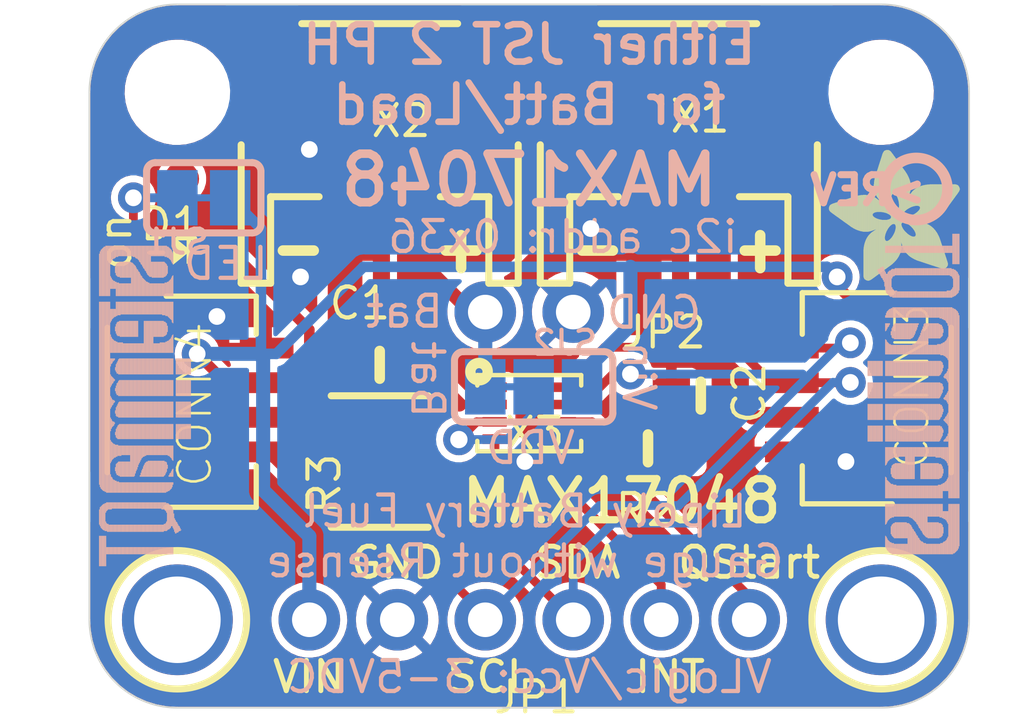
<source format=kicad_pcb>
(kicad_pcb (version 20211014) (generator pcbnew)
  (layers (0 "F.Cu" signal) (31 "B.Cu" signal) (34 "B.Paste" user) (35 "F.Paste" user) (36 "B.SilkS" user "B.Silkscreen") (37 "F.SilkS" user "F.Silkscreen") (38 "B.Mask" user) (39 "F.Mask" user) (44 "Edge.Cuts" user))
  (net 0 "")
  (net 1 "GND")
  (net 2 "SDA")
  (net 3 "SCL")
  (net 4 "INT")
  (net 5 "VCC")
  (net 6 "VBAT")
  (net 7 "N$1")
  (net 8 "N$2")
  (net 9 "QSTART")
  (net 10 "VDD")
  (net 11 "N$4")
  (footprint "eagleBoard:1X02_ROUND" (layer "F.Cu") (at 148.5011 103.7336)
    (fp_text reference "JP2" (at 2.5908 0.5842) (layer "F.SilkS") (effects (font (size 0.896031 0.896031) (thickness 0.119969)) (justify left)))
    (fp_text value "")
    (pad "1" thru_hole circle (at -1.27 0 90) (size 1.778 1.778) (drill 1) (layers *.Cu *.Mask) (net 6 "VBAT"))
    (pad "2" thru_hole circle (at 1.27 0 90) (size 1.778 1.778) (drill 1) (layers *.Cu *.Mask) (net 1 "GND"))
  )
  (footprint "eagleBoard:CHIPLED_0603_NOOUTLINE" (layer "F.Cu") (at 138.4681 101.9556 -90)
    (fp_text reference "D1" (at -0.762 1.27) (layer "F.SilkS") (effects (font (size 0.896031 0.896031) (thickness 0.119969)) (justify left)))
    (fp_text value "GREEN")
    (pad "A" smd rect (at 0 0.75 270) (size 0.8 0.8) (layers "F.Cu" "F.Paste" "F.Mask") (net 8 "N$2"))
    (pad "C" smd rect (at 0 -0.75 270) (size 0.8 0.8) (layers "F.Cu" "F.Paste" "F.Mask") (net 7 "N$1"))
  )
  (footprint "eagleBoard:ADAFRUIT_3.5MM" (layer "F.Cu") (at 160.9471 102.8446 90)
    (fp_text reference "U$22" hide)
    (fp_text value "" hide)
  )
  (footprint "eagleBoard:FIDUCIAL_1MM" (layer "F.Cu") (at 138.4681 99.8855)
    (fp_text reference "FID4" hide)
    (fp_text value "FIDUCIAL_1MM" hide)
    (pad "1" smd roundrect (at 0 0) (size 1 1) (layers "F.Cu" "F.Mask") (roundrect_rratio 0.5))
  )
  (footprint "eagleBoard:JSTPH2_BATT" (layer "F.Cu") (at 144.1831 98.3996)
    (fp_text reference "X2" (at -0.3175 -0.1905) (layer "F.SilkS") (effects (font (size 0.896031 0.896031) (thickness 0.119969)) (justify left)))
    (fp_text value "JST 2 PH")
    (pad "1" smd rect (at -1 3.7) (size 1 4.6) (layers "F.Cu" "F.Paste" "F.Mask") (net 1 "GND"))
    (pad "2" smd rect (at 1 3.7) (size 1 4.6) (layers "F.Cu" "F.Paste" "F.Mask") (net 6 "VBAT"))
    (pad "NC1" smd rect (at -3.4 -1.5 90) (size 3.4 1.6) (layers "F.Cu" "F.Paste" "F.Mask") (net 1 "GND"))
    (pad "NC2" smd rect (at 3.4 -1.5 90) (size 3.4 1.6) (layers "F.Cu" "F.Paste" "F.Mask") (net 1 "GND"))
  )
  (footprint "eagleBoard:JST_SH4" (layer "F.Cu") (at 158.5976 106.2736 90)
    (fp_text reference "CONN3" (at -2.06 0.958 90) (layer "F.SilkS") (effects (font (size 0.941222 0.941222) (thickness 0.074778)) (justify left)))
    (fp_text value "STEMMA_I2C_QT" hide)
    (pad "1" smd rect (at -1.5 -2.514 180) (size 1.55 0.6) (layers "F.Cu" "F.Paste" "F.Mask") (net 1 "GND"))
    (pad "2" smd rect (at -0.5 -2.514 180) (size 1.55 0.6) (layers "F.Cu" "F.Paste" "F.Mask") (net 5 "VCC"))
    (pad "3" smd rect (at 0.5 -2.514 180) (size 1.55 0.6) (layers "F.Cu" "F.Paste" "F.Mask") (net 2 "SDA"))
    (pad "4" smd rect (at 1.5 -2.514 180) (size 1.55 0.6) (layers "F.Cu" "F.Paste" "F.Mask") (net 3 "SCL"))
    (pad "MT1" smd rect (at -2.8 1.386 180) (size 1.8 1.2) (layers "F.Cu" "F.Paste" "F.Mask"))
    (pad "MT2" smd rect (at 2.8 1.386 180) (size 1.8 1.2) (layers "F.Cu" "F.Paste" "F.Mask"))
  )
  (footprint "eagleBoard:JST_SH4" (layer "F.Cu") (at 138.4046 106.2736 -90)
    (fp_text reference "CONN4" (at -2.314 -0.439 90) (layer "F.SilkS") (effects (font (size 0.941222 0.941222) (thickness 0.074778)) (justify right)))
    (fp_text value "STEMMA_I2C_QT" hide)
    (pad "1" smd rect (at -1.5 -2.514) (size 1.55 0.6) (layers "F.Cu" "F.Paste" "F.Mask") (net 1 "GND"))
    (pad "2" smd rect (at -0.5 -2.514) (size 1.55 0.6) (layers "F.Cu" "F.Paste" "F.Mask") (net 5 "VCC"))
    (pad "3" smd rect (at 0.5 -2.514) (size 1.55 0.6) (layers "F.Cu" "F.Paste" "F.Mask") (net 2 "SDA"))
    (pad "4" smd rect (at 1.5 -2.514) (size 1.55 0.6) (layers "F.Cu" "F.Paste" "F.Mask") (net 3 "SCL"))
    (pad "MT1" smd rect (at -2.8 1.386) (size 1.8 1.2) (layers "F.Cu" "F.Paste" "F.Mask"))
    (pad "MT2" smd rect (at 2.8 1.386) (size 1.8 1.2) (layers "F.Cu" "F.Paste" "F.Mask"))
  )
  (footprint "eagleBoard:0603-NO" (layer "F.Cu") (at 144.1831 105.2576 180)
    (fp_text reference "C1" (at -0.381 1.778) (layer "F.SilkS") (effects (font (size 0.896031 0.896031) (thickness 0.119969)) (justify right)))
    (fp_text value "1uF")
    (pad "1" smd rect (at -0.85 0 180) (size 1.075 1) (layers "F.Cu" "F.Paste" "F.Mask") (net 6 "VBAT"))
    (pad "2" smd rect (at 0.85 0 180) (size 1.075 1) (layers "F.Cu" "F.Paste" "F.Mask") (net 1 "GND"))
  )
  (footprint "eagleBoard:MOUNTINGHOLE_2.5_PLATED" (layer "F.Cu") (at 158.6611 112.6236)
    (fp_text reference "U$21" hide)
    (fp_text value "MOUNTINGHOLE2.5" hide)
    (pad "P$1" thru_hole circle (at 0 0) (size 3.2 3.2) (drill 2.5) (layers *.Cu *.Mask))
    (zone (net 0) (net_name "") (layer "F.Cu") (connect_pads (clearance 0)) (min_thickness 0.254)
      (keepout (tracks not_allowed) (vias not_allowed) (pads not_allowed) (copperpour not_allowed) (footprints allowed))
      (fill (thermal_gap 0.508) (thermal_bridge_width 0.508))
      (polygon (pts (xy 160.6771 112.6236) (xy 160.646472 112.273525) (xy 160.55552 111.934087) (xy 160.407007 111.6156) (xy 160.205446 111.32774) (xy 159.95696 111.079254) (xy 159.6691 110.877693) (xy 159.350613 110.72918) (xy 159.011175 110.638228) (xy 158.6611 110.6076) (xy 158.311025 110.638228) (xy 157.971587 110.72918) (xy 157.6531 110.877693) (xy 157.36524 111.079254) (xy 157.116754 111.32774) (xy 156.915193 111.6156) (xy 156.76668 111.934087) (xy 156.675728 112.273525) (xy 156.6451 112.6236) (xy 156.675728 112.973675) (xy 156.76668 113.313113) (xy 156.915193 113.6316) (xy 157.116754 113.91946) (xy 157.36524 114.167946) (xy 157.6531 114.369507) (xy 157.971587 114.51802) (xy 158.311025 114.608972) (xy 158.6611 114.6396) (xy 159.011175 114.608972) (xy 159.350613 114.51802) (xy 159.6691 114.369507) (xy 159.95696 114.167946) (xy 160.205446 113.91946) (xy 160.407007 113.6316) (xy 160.55552 113.313113) (xy 160.646472 112.973675)))
      (polygon (pts (xy 158.6451 112.6236) (xy 158.645343 112.626378) (xy 158.646065 112.629072) (xy 158.647244 112.6316) (xy 158.648843 112.633885) (xy 158.650815 112.635857) (xy 158.6531 112.637456) (xy 158.655628 112.638635) (xy 158.658322 112.639357) (xy 158.6611 112.6396) (xy 158.663878 112.639357) (xy 158.666572 112.638635) (xy 158.6691 112.637456) (xy 158.671385 112.635857) (xy 158.673357 112.633885) (xy 158.674956 112.6316) (xy 158.676135 112.629072) (xy 158.676857 112.626378) (xy 158.6771 112.6236) (xy 158.676857 112.620822) (xy 158.676135 112.618128) (xy 158.674956 112.6156) (xy 158.673357 112.613315) (xy 158.671385 112.611343) (xy 158.6691 112.609744) (xy 158.666572 112.608565) (xy 158.663878 112.607843) (xy 158.6611 112.6076) (xy 158.658322 112.607843) (xy 158.655628 112.608565) (xy 158.6531 112.609744) (xy 158.650815 112.611343) (xy 158.648843 112.613315) (xy 158.647244 112.6156) (xy 158.646065 112.618128) (xy 158.645343 112.620822)))
    )
    (zone (net 0) (net_name "") (layer "B.Cu") (connect_pads (clearance 0)) (min_thickness 0.254)
      (keepout (tracks not_allowed) (vias not_allowed) (pads not_allowed) (copperpour not_allowed) (footprints allowed))
      (fill (thermal_gap 0.508) (thermal_bridge_width 0.508))
      (polygon (pts (xy 160.6771 112.6236) (xy 160.646472 112.273525) (xy 160.55552 111.934087) (xy 160.407007 111.6156) (xy 160.205446 111.32774) (xy 159.95696 111.079254) (xy 159.6691 110.877693) (xy 159.350613 110.72918) (xy 159.011175 110.638228) (xy 158.6611 110.6076) (xy 158.311025 110.638228) (xy 157.971587 110.72918) (xy 157.6531 110.877693) (xy 157.36524 111.079254) (xy 157.116754 111.32774) (xy 156.915193 111.6156) (xy 156.76668 111.934087) (xy 156.675728 112.273525) (xy 156.6451 112.6236) (xy 156.675728 112.973675) (xy 156.76668 113.313113) (xy 156.915193 113.6316) (xy 157.116754 113.91946) (xy 157.36524 114.167946) (xy 157.6531 114.369507) (xy 157.971587 114.51802) (xy 158.311025 114.608972) (xy 158.6611 114.6396) (xy 159.011175 114.608972) (xy 159.350613 114.51802) (xy 159.6691 114.369507) (xy 159.95696 114.167946) (xy 160.205446 113.91946) (xy 160.407007 113.6316) (xy 160.55552 113.313113) (xy 160.646472 112.973675)))
      (polygon (pts (xy 158.6451 112.6236) (xy 158.645343 112.626378) (xy 158.646065 112.629072) (xy 158.647244 112.6316) (xy 158.648843 112.633885) (xy 158.650815 112.635857) (xy 158.6531 112.637456) (xy 158.655628 112.638635) (xy 158.658322 112.639357) (xy 158.6611 112.6396) (xy 158.663878 112.639357) (xy 158.666572 112.638635) (xy 158.6691 112.637456) (xy 158.671385 112.635857) (xy 158.673357 112.633885) (xy 158.674956 112.6316) (xy 158.676135 112.629072) (xy 158.676857 112.626378) (xy 158.6771 112.6236) (xy 158.676857 112.620822) (xy 158.676135 112.618128) (xy 158.674956 112.6156) (xy 158.673357 112.613315) (xy 158.671385 112.611343) (xy 158.6691 112.609744) (xy 158.666572 112.608565) (xy 158.663878 112.607843) (xy 158.6611 112.6076) (xy 158.658322 112.607843) (xy 158.655628 112.608565) (xy 158.6531 112.609744) (xy 158.650815 112.611343) (xy 158.648843 112.613315) (xy 158.647244 112.6156) (xy 158.646065 112.618128) (xy 158.645343 112.620822)))
    )
  )
  (footprint "eagleBoard:JSTPH2_BATT" (layer "F.Cu") (at 152.8191 98.3996)
    (fp_text reference "X1" (at -0.3175 -0.3175) (layer "F.SilkS") (effects (font (size 0.896031 0.896031) (thickness 0.119969)) (justify left)))
    (fp_text value "JST 2 PH")
    (pad "1" smd rect (at -1 3.7) (size 1 4.6) (layers "F.Cu" "F.Paste" "F.Mask") (net 1 "GND"))
    (pad "2" smd rect (at 1 3.7) (size 1 4.6) (layers "F.Cu" "F.Paste" "F.Mask") (net 6 "VBAT"))
    (pad "NC1" smd rect (at -3.4 -1.5 90) (size 3.4 1.6) (layers "F.Cu" "F.Paste" "F.Mask") (net 1 "GND"))
    (pad "NC2" smd rect (at 3.4 -1.5 90) (size 3.4 1.6) (layers "F.Cu" "F.Paste" "F.Mask") (net 1 "GND"))
  )
  (footprint "eagleBoard:FIDUCIAL_1MM" (layer "F.Cu") (at 160.1851 106.9086)
    (fp_text reference "FID3" hide)
    (fp_text value "FIDUCIAL_1MM" hide)
    (pad "1" smd roundrect (at 0 0) (size 1 1) (layers "F.Cu" "F.Mask") (roundrect_rratio 0.5))
  )
  (footprint "" (layer "F.Cu") (at 158.6611 97.3836)
    (fp_text reference "@HOLE1" hide)
    (fp_text value "" (at 0 0) (layer "F.SilkS") (effects (font (size 1.27 1.27))))
    (pad "" np_thru_hole circle (at 0 0) (size 2.54 2.54) (drill 2.54) (layers *.Cu *.Mask))
  )
  (footprint "eagleBoard:RESPACK_4X0603" (layer "F.Cu") (at 144.1831 108.0516 90)
    (fp_text reference "R3" (at -1.6 -1.6 90) (layer "F.SilkS") (effects (font (size 0.896031 0.896031) (thickness 0.119969)) (justify left)))
    (fp_text value "10K")
    (pad "1" smd rect (at -1.3 0.85 90) (size 0.45 0.9) (layers "F.Cu" "F.Paste" "F.Mask") (net 5 "VCC"))
    (pad "2" smd rect (at -0.4 0.85 90) (size 0.45 0.9) (layers "F.Cu" "F.Paste" "F.Mask") (net 5 "VCC"))
    (pad "3" smd rect (at 0.4 0.85 90) (size 0.45 0.9) (layers "F.Cu" "F.Paste" "F.Mask") (net 4 "INT"))
    (pad "4" smd rect (at 1.3 0.85 90) (size 0.45 0.9) (layers "F.Cu" "F.Paste" "F.Mask") (net 1 "GND"))
    (pad "5" smd rect (at 1.3 -0.85 90) (size 0.45 0.9) (layers "F.Cu" "F.Paste" "F.Mask") (net 7 "N$1"))
    (pad "6" smd rect (at 0.4 -0.85 90) (size 0.45 0.9) (layers "F.Cu" "F.Paste" "F.Mask") (net 5 "VCC"))
    (pad "7" smd rect (at -0.4 -0.85 90) (size 0.45 0.9) (layers "F.Cu" "F.Paste" "F.Mask") (net 2 "SDA"))
    (pad "8" smd rect (at -1.3 -0.85 90) (size 0.45 0.9) (layers "F.Cu" "F.Paste" "F.Mask") (net 3 "SCL"))
  )
  (footprint "eagleBoard:MOUNTINGHOLE_2.5_PLATED" (layer "F.Cu") (at 138.3411 112.6236)
    (fp_text reference "U$19" hide)
    (fp_text value "MOUNTINGHOLE2.5" hide)
    (pad "P$1" thru_hole circle (at 0 0) (size 3.2 3.2) (drill 2.5) (layers *.Cu *.Mask))
    (zone (net 0) (net_name "") (layer "F.Cu") (connect_pads (clearance 0)) (min_thickness 0.254)
      (keepout (tracks not_allowed) (vias not_allowed) (pads not_allowed) (copperpour not_allowed) (footprints allowed))
      (fill (thermal_gap 0.508) (thermal_bridge_width 0.508))
      (polygon (pts (xy 140.3571 112.6236) (xy 140.326472 112.273525) (xy 140.23552 111.934087) (xy 140.087007 111.6156) (xy 139.885446 111.32774) (xy 139.63696 111.079254) (xy 139.3491 110.877693) (xy 139.030613 110.72918) (xy 138.691175 110.638228) (xy 138.3411 110.6076) (xy 137.991025 110.638228) (xy 137.651587 110.72918) (xy 137.3331 110.877693) (xy 137.04524 111.079254) (xy 136.796754 111.32774) (xy 136.595193 111.6156) (xy 136.44668 111.934087) (xy 136.355728 112.273525) (xy 136.3251 112.6236) (xy 136.355728 112.973675) (xy 136.44668 113.313113) (xy 136.595193 113.6316) (xy 136.796754 113.91946) (xy 137.04524 114.167946) (xy 137.3331 114.369507) (xy 137.651587 114.51802) (xy 137.991025 114.608972) (xy 138.3411 114.6396) (xy 138.691175 114.608972) (xy 139.030613 114.51802) (xy 139.3491 114.369507) (xy 139.63696 114.167946) (xy 139.885446 113.91946) (xy 140.087007 113.6316) (xy 140.23552 113.313113) (xy 140.326472 112.973675)))
      (polygon (pts (xy 138.3251 112.6236) (xy 138.325343 112.626378) (xy 138.326065 112.629072) (xy 138.327244 112.6316) (xy 138.328843 112.633885) (xy 138.330815 112.635857) (xy 138.3331 112.637456) (xy 138.335628 112.638635) (xy 138.338322 112.639357) (xy 138.3411 112.6396) (xy 138.343878 112.639357) (xy 138.346572 112.638635) (xy 138.3491 112.637456) (xy 138.351385 112.635857) (xy 138.353357 112.633885) (xy 138.354956 112.6316) (xy 138.356135 112.629072) (xy 138.356857 112.626378) (xy 138.3571 112.6236) (xy 138.356857 112.620822) (xy 138.356135 112.618128) (xy 138.354956 112.6156) (xy 138.353357 112.613315) (xy 138.351385 112.611343) (xy 138.3491 112.609744) (xy 138.346572 112.608565) (xy 138.343878 112.607843) (xy 138.3411 112.6076) (xy 138.338322 112.607843) (xy 138.335628 112.608565) (xy 138.3331 112.609744) (xy 138.330815 112.611343) (xy 138.328843 112.613315) (xy 138.327244 112.6156) (xy 138.326065 112.618128) (xy 138.325343 112.620822)))
    )
    (zone (net 0) (net_name "") (layer "B.Cu") (connect_pads (clearance 0)) (min_thickness 0.254)
      (keepout (tracks not_allowed) (vias not_allowed) (pads not_allowed) (copperpour not_allowed) (footprints allowed))
      (fill (thermal_gap 0.508) (thermal_bridge_width 0.508))
      (polygon (pts (xy 140.3571 112.6236) (xy 140.326472 112.273525) (xy 140.23552 111.934087) (xy 140.087007 111.6156) (xy 139.885446 111.32774) (xy 139.63696 111.079254) (xy 139.3491 110.877693) (xy 139.030613 110.72918) (xy 138.691175 110.638228) (xy 138.3411 110.6076) (xy 137.991025 110.638228) (xy 137.651587 110.72918) (xy 137.3331 110.877693) (xy 137.04524 111.079254) (xy 136.796754 111.32774) (xy 136.595193 111.6156) (xy 136.44668 111.934087) (xy 136.355728 112.273525) (xy 136.3251 112.6236) (xy 136.355728 112.973675) (xy 136.44668 113.313113) (xy 136.595193 113.6316) (xy 136.796754 113.91946) (xy 137.04524 114.167946) (xy 137.3331 114.369507) (xy 137.651587 114.51802) (xy 137.991025 114.608972) (xy 138.3411 114.6396) (xy 138.691175 114.608972) (xy 139.030613 114.51802) (xy 139.3491 114.369507) (xy 139.63696 114.167946) (xy 139.885446 113.91946) (xy 140.087007 113.6316) (xy 140.23552 113.313113) (xy 140.326472 112.973675)))
      (polygon (pts (xy 138.3251 112.6236) (xy 138.325343 112.626378) (xy 138.326065 112.629072) (xy 138.327244 112.6316) (xy 138.328843 112.633885) (xy 138.330815 112.635857) (xy 138.3331 112.637456) (xy 138.335628 112.638635) (xy 138.338322 112.639357) (xy 138.3411 112.6396) (xy 138.343878 112.639357) (xy 138.346572 112.638635) (xy 138.3491 112.637456) (xy 138.351385 112.635857) (xy 138.353357 112.633885) (xy 138.354956 112.6316) (xy 138.356135 112.629072) (xy 138.356857 112.626378) (xy 138.3571 112.6236) (xy 138.356857 112.620822) (xy 138.356135 112.618128) (xy 138.354956 112.6156) (xy 138.353357 112.613315) (xy 138.351385 112.611343) (xy 138.3491 112.609744) (xy 138.346572 112.608565) (xy 138.343878 112.607843) (xy 138.3411 112.6076) (xy 138.338322 112.607843) (xy 138.335628 112.608565) (xy 138.3331 112.609744) (xy 138.330815 112.611343) (xy 138.328843 112.613315) (xy 138.327244 112.6156) (xy 138.326065 112.618128) (xy 138.325343 112.620822)))
    )
  )
  (footprint "eagleBoard:1X06_ROUND_70" (layer "F.Cu") (at 148.5011 112.6236)
    (fp_text reference "JP1" (at -1.0922 2.2352) (layer "F.SilkS") (effects (font (size 0.896031 0.896031) (thickness 0.119969)) (justify left)))
    (fp_text value "")
    (pad "1" thru_hole circle (at -6.35 0 90) (size 1.778 1.778) (drill 1) (layers *.Cu *.Mask) (net 5 "VCC"))
    (pad "2" thru_hole circle (at -3.81 0 90) (size 1.778 1.778) (drill 1) (layers *.Cu *.Mask) (net 1 "GND"))
    (pad "3" thru_hole circle (at -1.27 0 90) (size 1.778 1.778) (drill 1) (layers *.Cu *.Mask) (net 3 "SCL"))
    (pad "4" thru_hole circle (at 1.27 0 90) (size 1.778 1.778) (drill 1) (layers *.Cu *.Mask) (net 2 "SDA"))
    (pad "5" thru_hole circle (at 3.81 0 90) (size 1.778 1.778) (drill 1) (layers *.Cu *.Mask) (net 4 "INT"))
    (pad "6" thru_hole circle (at 6.35 0 90) (size 1.778 1.778) (drill 1) (layers *.Cu *.Mask) (net 9 "QSTART"))
  )
  (footprint "eagleBoard:TDFN8_2X2MM" (layer "F.Cu") (at 148.5011 106.6546)
    (fp_text reference "X3" (at -0.773 0.589) (layer "F.SilkS") (effects (font (size 0.896031 0.896031) (thickness 0.119969)) (justify left)))
    (fp_text value "MAX17048/T")
    (pad "1" smd rect (at -1 -0.75) (size 0.7 0.275) (layers "F.Cu" "F.Paste" "F.Mask") (net 1 "GND"))
    (pad "2" smd rect (at -1 -0.25) (size 0.7 0.275) (layers "F.Cu" "F.Paste" "F.Mask") (net 6 "VBAT"))
    (pad "3" smd rect (at -1 0.25) (size 0.7 0.275) (layers "F.Cu" "F.Paste" "F.Mask") (net 10 "VDD"))
    (pad "4" smd rect (at -1 0.75) (size 0.7 0.275) (layers "F.Cu" "F.Paste" "F.Mask") (net 1 "GND"))
    (pad "5" smd rect (at 1 0.75 180) (size 0.7 0.275) (layers "F.Cu" "F.Paste" "F.Mask") (net 4 "INT"))
    (pad "6" smd rect (at 1 0.25 180) (size 0.7 0.275) (layers "F.Cu" "F.Paste" "F.Mask") (net 9 "QSTART"))
    (pad "7" smd rect (at 1 -0.25 180) (size 0.7 0.275) (layers "F.Cu" "F.Paste" "F.Mask") (net 3 "SCL"))
    (pad "8" smd rect (at 1 -0.75 180) (size 0.7 0.275) (layers "F.Cu" "F.Paste" "F.Mask") (net 2 "SDA"))
    (pad "THERMAL" smd rect (at 0 0) (size 0.8 1.38) (layers "F.Cu" "F.Mask") (net 1 "GND"))
  )
  (footprint "eagleBoard:0603-NO" (layer "F.Cu") (at 153.4541 106.1466 180)
    (fp_text reference "C2" (at -1.397 1.016 90) (layer "F.SilkS") (effects (font (size 0.896031 0.896031) (thickness 0.119969)) (justify right)))
    (fp_text value "1uF")
    (pad "1" smd rect (at -0.85 0 180) (size 1.075 1) (layers "F.Cu" "F.Paste" "F.Mask") (net 5 "VCC"))
    (pad "2" smd rect (at 0.85 0 180) (size 1.075 1) (layers "F.Cu" "F.Paste" "F.Mask") (net 1 "GND"))
  )
  (footprint "" (layer "F.Cu") (at 138.3411 97.3836)
    (fp_text reference "@HOLE0" hide)
    (fp_text value "" (at 0 0) (layer "F.SilkS") (effects (font (size 1.27 1.27))))
    (pad "" np_thru_hole circle (at 0 0) (size 2.54 2.54) (drill 2.54) (layers *.Cu *.Mask))
  )
  (footprint "eagleBoard:0603-NO" (layer "F.Cu") (at 151.9301 107.6706)
    (fp_text reference "R2" (at -1.016 1.778) (layer "F.SilkS") (effects (font (size 0.896031 0.896031) (thickness 0.119969)) (justify left)))
    (fp_text value "10K")
    (pad "1" smd rect (at -0.85 0) (size 1.075 1) (layers "F.Cu" "F.Paste" "F.Mask") (net 9 "QSTART"))
    (pad "2" smd rect (at 0.85 0) (size 1.075 1) (layers "F.Cu" "F.Paste" "F.Mask") (net 1 "GND"))
  )
  (footprint "eagleBoard:STEMMAQT" (layer "B.Cu") (at 158.2801 110.7186 90)
    (fp_text reference "U$30" hide)
    (fp_text value "" hide)
  )
  (footprint "eagleBoard:STEMMAQT" (layer "B.Cu") (at 138.7221 101.8286 -90)
    (fp_text reference "U$31" hide)
    (fp_text value "" hide)
  )
  (footprint "eagleBoard:SOLDERJUMPER_2WAY_OPEN_NOPASTE" (layer "B.Cu") (at 148.6281 105.8926 180)
    (fp_text reference "SJ2" (at -1.905 1.27) (layer "B.SilkS") (effects (font (size 0.692831 0.692831) (thickness 0.119969)) (justify left mirror)))
    (fp_text value "")
    (pad "1" smd rect (at -1.397 0 180) (size 1.1684 1.6002) (layers "B.Cu") (net 5 "VCC"))
    (pad "2" smd rect (at 0 0 180) (size 1.1684 1.6002) (layers "B.Cu") (net 10 "VDD"))
    (pad "3" smd rect (at 1.397 0 180) (size 1.1684 1.6002) (layers "B.Cu") (net 6 "VBAT"))
  )
  (footprint "eagleBoard:SOLDERJUMPER_CLOSEDWIRE" (layer "B.Cu") (at 139.1031 100.4316)
    (fp_text reference "SJ1" (at -1.778 1.27) (layer "B.SilkS") (effects (font (size 0.692831 0.692831) (thickness 0.119969)) (justify right mirror)))
    (fp_text value "")
    (pad "1" smd rect (at -0.762 0) (size 1.1684 1.6002) (layers "B.Cu") (net 8 "N$2"))
    (pad "2" smd rect (at 0.762 0) (size 1.1684 1.6002) (layers "B.Cu") (net 5 "VCC"))
    (pad "WIRE" smd rect (at 0 0 180) (size 0.635 0.2032) (layers "B.Cu"))
  )
  (footprint "eagleBoard:PCBFEAT-REV-040" (layer "B.Cu") (at 159.6771 100.1776 180)
    (fp_text reference "U$25" hide)
    (fp_text value "" hide)
    (fp_text user ">REV" (at -0.3556 -0.508) (layer "B.SilkS") (effects (font (size 0.8128 0.8128) (thickness 0.2032)) (justify left bottom mirror)))
  )
  (gr_line (start 158.6611 94.8436) (end 138.3411 94.8436) (layer "Edge.Cuts") (width 0.05))
  (gr_line (start 161.2011 112.6236) (end 161.2011 97.3836) (layer "Edge.Cuts") (width 0.05))
  (gr_line (start 135.8011 97.3836) (end 135.8011 112.6236) (layer "Edge.Cuts") (width 0.05))
  (gr_arc (start 158.6611 94.8436) (mid 160.457151 95.587549) (end 161.2011 97.3836) (layer "Edge.Cuts") (width 0.05))
  (gr_line (start 138.3411 115.1636) (end 158.6611 115.1636) (layer "Edge.Cuts") (width 0.05))
  (gr_arc (start 161.2011 112.6236) (mid 160.457151 114.419651) (end 158.6611 115.1636) (layer "Edge.Cuts") (width 0.05))
  (gr_arc (start 138.3411 115.1636) (mid 136.545049 114.419651) (end 135.8011 112.6236) (layer "Edge.Cuts") (width 0.05))
  (gr_arc (start 135.8011 97.3836) (mid 136.545049 95.587549) (end 138.3411 94.8436) (layer "Edge.Cuts") (width 0.05))
  (gr_text "LED" (at 139.7381 102.3366) (layer "B.SilkS") (effects (font (size 0.89408 0.89408) (thickness 0.12192)) (justify mirror)))
  (gr_text "Bat" (at 146.0881 104.2416) (layer "B.SilkS") (effects (font (size 0.89408 0.89408) (thickness 0.12192)) (justify left bottom mirror)))
  (gr_text "VDD" (at 149.8981 108.1786) (layer "B.SilkS") (effects (font (size 0.89408 0.89408) (thickness 0.12192)) (justify left bottom mirror)))
  (gr_text "Either JST 2 PH\nfor Batt/Load" (at 148.5011 96.8756) (layer "B.SilkS") (effects (font (size 1.0795 1.0795) (thickness 0.1905)) (justify mirror)))
  (gr_text "Lipoly Battery Fuel\nGauge without Rsense" (at 148.3741 110.2106) (layer "B.SilkS") (effects (font (size 0.89408 0.89408) (thickness 0.12192)) (justify mirror)))
  (gr_text "Vin" (at 152.1841 104.4956 -90) (layer "B.SilkS") (effects (font (size 0.89408 0.89408) (thickness 0.12192)) (justify right top mirror)))
  (gr_text "VLogic/Vcc: 3-5VDC" (at 148.5011 114.2746) (layer "B.SilkS") (effects (font (size 0.89408 0.89408) (thickness 0.12192)) (justify mirror)))
  (gr_text "Bat" (at 146.0881 104.4956 -90) (layer "B.SilkS") (effects (font (size 0.89408 0.89408) (thickness 0.12192)) (justify right top mirror)))
  (gr_text "i2c addr: 0x36" (at 154.5971 102.0826) (layer "B.SilkS") (effects (font (size 0.89408 0.89408) (thickness 0.12192)) (justify left bottom mirror)))
  (gr_text "MAX17048" (at 148.5011 99.9236) (layer "B.SilkS") (effects (font (size 1.40335 1.40335) (thickness 0.24765)) (justify mirror)))
  (gr_text "GND" (at 150.6601 103.2256) (layer "B.SilkS") (effects (font (size 0.89408 0.89408) (thickness 0.12192)) (justify right top mirror)))
  (gr_text "INT" (at 152.5651 114.2746) (layer "F.SilkS") (effects (font (size 0.87376 0.87376) (thickness 0.14224))))
  (gr_text "QStart" (at 154.8511 110.9726) (layer "F.SilkS") (effects (font (size 0.87376 0.87376) (thickness 0.14224))))
  (gr_text "SCL" (at 147.3581 114.2746) (layer "F.SilkS") (effects (font (size 0.87376 0.87376) (thickness 0.14224))))
  (gr_text "GND" (at 144.6911 110.9726) (layer "F.SilkS") (effects (font (size 0.87376 0.87376) (thickness 0.14224))))
  (gr_text "MAX17048" (at 151.1681 109.1946) (layer "F.SilkS") (effects (font (size 1.18745 1.18745) (thickness 0.20955))))
  (gr_text "on" (at 137.0711 102.5906 90) (layer "F.SilkS") (effects (font (size 0.89408 0.89408) (thickness 0.12192)) (justify left bottom)))
  (gr_text "VIN" (at 142.1511 114.2746) (layer "F.SilkS") (effects (font (size 0.87376 0.87376) (thickness 0.14224))))
  (gr_text "SDA" (at 149.8981 110.9726) (layer "F.SilkS") (effects (font (size 0.87376 0.87376) (thickness 0.14224))))
  (segment (start 143.3331 105.501863) (end 143.3331 105.2576) (width 0.4064) (layer "F.Cu") (net 1))
  (segment (start 144.582837 106.7516) (end 143.3331 105.501863) (width 0.4064) (layer "F.Cu") (net 1))
  (segment (start 143.3331 105.2576) (end 143.3331 102.2496) (width 0.4064) (layer "F.Cu") (net 1))
  (segment (start 145.0331 106.7516) (end 144.582837 106.7516) (width 0.4064) (layer "F.Cu") (net 1))
  (segment (start 143.3331 102.2496) (end 143.1831 102.0996) (width 0.4064) (layer "F.Cu") (net 1))
  (via (at 141.8971 102.7176) (size 0.889) (drill 0.4826) (layers "F.Cu" "B.Cu") (net 1))
  (via (at 150.2791 101.3206) (size 0.889) (drill 0.4826) (layers "F.Cu" "B.Cu") (net 1))
  (via (at 148.3741 108.0516) (size 0.889) (drill 0.4826) (layers "F.Cu" "B.Cu") (net 1))
  (via (at 142.1511 99.0346) (size 0.889) (drill 0.4826) (layers "F.Cu" "B.Cu") (net 1))
  (via (at 157.6451 108.0516) (size 0.889) (drill 0.4826) (layers "F.Cu" "B.Cu") (net 1))
  (via (at 139.4841 103.8606) (size 0.889) (drill 0.4826) (layers "F.Cu" "B.Cu") (net 1))
  (segment (start 144.1831 108.9406) (end 144.1831 110.2106) (width 0.254) (layer "F.Cu") (net 2))
  (segment (start 143.3331 108.4516) (end 143.6941 108.4516) (width 0.254) (layer "F.Cu") (net 2))
  (segment (start 144.6911 110.7186) (end 147.8661 110.7186) (width 0.254) (layer "F.Cu") (net 2))
  (segment (start 149.5201 105.9046) (end 149.5011 105.9046) (width 0.254) (layer "F.Cu") (net 2))
  (segment (start 154.4701 104.7496) (end 155.4941 105.7736) (width 0.254) (layer "F.Cu") (net 2))
  (segment (start 156.0836 105.7736) (end 155.4941 105.7736) (width 0.254) (layer "F.Cu") (net 2))
  (segment (start 147.8661 110.7186) (end 149.7711 112.6236) (width 0.254) (layer "F.Cu") (net 2))
  (segment (start 150.6751 104.7496) (end 149.5201 105.9046) (width 0.254) (layer "F.Cu") (net 2))
  (segment (start 142.1511 108.0516) (end 142.5511 108.4516) (width 0.254) (layer "F.Cu") (net 2))
  (segment (start 144.1831 110.2106) (end 144.6911 110.7186) (width 0.254) (layer "F.Cu") (net 2))
  (segment (start 142.5511 108.4516) (end 143.3331 108.4516) (width 0.254) (layer "F.Cu") (net 2))
  (segment (start 154.4701 104.7496) (end 150.6751 104.7496) (width 0.254) (layer "F.Cu") (net 2))
  (segment (start 157.7641 105.7736) (end 157.7721 105.7656) (width 0.254) (layer "F.Cu") (net 2))
  (segment (start 156.0836 105.7736) (end 157.7641 105.7736) (width 0.254) (layer "F.Cu") (net 2))
  (segment (start 141.460575 106.7736) (end 142.1511 107.464125) (width 0.254) (layer "F.Cu") (net 2))
  (segment (start 143.6941 108.4516) (end 144.1831 108.9406) (width 0.254) (layer "F.Cu") (net 2))
  (segment (start 142.1511 107.464125) (end 142.1511 108.0516) (width 0.254) (layer "F.Cu") (net 2))
  (segment (start 140.9186 106.7736) (end 141.460575 106.7736) (width 0.254) (layer "F.Cu") (net 2))
  (via (at 157.7721 105.7656) (size 0.889) (drill 0.4826) (layers "F.Cu" "B.Cu") (net 2))
  (segment (start 157.7721 105.7656) (end 157.2641 105.7656) (width 0.254) (layer "B.Cu") (net 2))
  (segment (start 150.9141 109.8296) (end 149.7711 110.9726) (width 0.254) (layer "B.Cu") (net 2))
  (segment (start 153.2001 109.8296) (end 150.9141 109.8296) (width 0.254) (layer "B.Cu") (net 2))
  (segment (start 157.2641 105.7656) (end 153.2001 109.8296) (width 0.254) (layer "B.Cu") (net 2))
  (segment (start 149.7711 112.6236) (end 149.7711 110.9726) (width 0.254) (layer "B.Cu") (net 2))
  (segment (start 144.3101 111.2266) (end 145.9611 111.2266) (width 0.254) (layer "F.Cu") (net 3))
  (segment (start 143.3331 110.2496) (end 144.3101 111.2266) (width 0.254) (layer "F.Cu") (net 3))
  (segment (start 150.037075 106.4046) (end 149.5011 106.4046) (width 0.254) (layer "F.Cu") (net 3))
  (segment (start 145.9611 111.2266) (end 147.2311 112.4966) (width 0.254) (layer "F.Cu") (net 3))
  (segment (start 143.3331 109.3516) (end 143.3331 110.2496) (width 0.254) (layer "F.Cu") (net 3))
  (segment (start 157.7721 104.6226) (end 157.6211 104.7736) (width 0.254) (layer "F.Cu") (net 3))
  (segment (start 150.917375 105.5243) (end 150.037075 106.4046) (width 0.254) (layer "F.Cu") (net 3))
  (segment (start 156.0836 104.7736) (end 157.6211 104.7736) (width 0.254) (layer "F.Cu") (net 3))
  (segment (start 140.9186 107.7736) (end 142.4966 109.3516) (width 0.254) (layer "F.Cu") (net 3))
  (segment (start 142.4966 109.3516) (end 143.3331 109.3516) (width 0.254) (layer "F.Cu") (net 3))
  (segment (start 150.917375 105.5243) (end 151.4221 105.5243) (width 0.254) (layer "F.Cu") (net 3))
  (segment (start 147.2311 112.4966) (end 147.2311 112.6236) (width 0.254) (layer "F.Cu") (net 3))
  (via (at 151.4221 105.5243) (size 0.889) (drill 0.4826) (layers "F.Cu" "B.Cu") (net 3))
  (via (at 157.7721 104.6226) (size 0.889) (drill 0.4826) (layers "F.Cu" "B.Cu") (net 3))
  (segment (start 156.5021 105.6386) (end 152.8191 109.3216) (width 0.254) (layer "B.Cu") (net 3))
  (segment (start 157.5181 104.6226) (end 156.5021 105.6386) (width 0.254) (layer "B.Cu") (net 3))
  (segment (start 147.2311 112.6236) (end 150.5331 109.3216) (width 0.254) (layer "B.Cu") (net 3))
  (segment (start 157.7721 104.6226) (end 157.5181 104.6226) (width 0.254) (layer "B.Cu") (net 3))
  (segment (start 156.3878 105.5243) (end 156.5021 105.6386) (width 0.254) (layer "B.Cu") (net 3))
  (segment (start 151.4221 105.5243) (end 156.3878 105.5243) (width 0.254) (layer "B.Cu") (net 3))
  (segment (start 152.8191 109.3216) (end 150.5331 109.3216) (width 0.254) (layer "B.Cu") (net 3))
  (segment (start 149.5171 108.9406) (end 146.8251 108.9406) (width 0.254) (layer "F.Cu") (net 4))
  (segment (start 149.5011 107.4046) (end 149.5171 107.4206) (width 0.254) (layer "F.Cu") (net 4))
  (segment (start 146.8251 108.9406) (end 145.5361 107.6516) (width 0.254) (layer "F.Cu") (net 4))
  (segment (start 149.5171 107.4206) (end 149.5171 108.8136) (width 0.254) (layer "F.Cu") (net 4))
  (segment (start 152.3111 111.6076) (end 149.5171 108.8136) (width 0.254) (layer "F.Cu") (net 4))
  (segment (start 149.5171 108.8136) (end 149.5171 108.9406) (width 0.254) (layer "F.Cu") (net 4))
  (segment (start 145.5361 107.6516) (end 145.0331 107.6516) (width 0.254) (layer "F.Cu") (net 4))
  (segment (start 152.3111 111.6076) (end 152.3111 112.6236) (width 0.254) (layer "F.Cu") (net 4))
  (segment (start 140.9186 105.7736) (end 141.496493 105.7736) (width 0.3048) (layer "F.Cu") (net 5))
  (segment (start 141.496493 105.7736) (end 142.3667 106.643807) (width 0.3048) (layer "F.Cu") (net 5))
  (segment (start 154.9311 106.7736) (end 154.3041 106.1466) (width 0.4064) (layer "F.Cu") (net 5))
  (segment (start 145.0331 108.4516) (end 145.0331 109.3516) (width 0.4064) (layer "F.Cu") (net 5))
  (segment (start 139.7461 105.7736) (end 140.9186 105.7736) (width 0.3048) (layer "F.Cu") (net 5))
  (segment (start 143.7831 107.6516) (end 144.5831 108.4516) (width 0.3048) (layer "F.Cu") (net 5))
  (segment (start 156.0836 106.7736) (end 154.9311 106.7736) (width 0.4064) (layer "F.Cu") (net 5))
  (segment (start 142.3667 106.643807) (end 142.3667 106.997225) (width 0.3048) (layer "F.Cu") (net 5))
  (segment (start 144.5831 108.4516) (end 145.0331 108.4516) (width 0.3048) (layer "F.Cu") (net 5))
  (segment (start 142.3667 106.997225) (end 143.021075 107.6516) (width 0.3048) (layer "F.Cu") (net 5))
  (segment (start 157.3911 102.9716) (end 157.3911 102.7176) (width 0.3048) (layer "F.Cu") (net 5))
  (segment (start 158.9151 106.2736) (end 158.9151 104.4956) (width 0.3048) (layer "F.Cu") (net 5))
  (segment (start 158.9151 104.4956) (end 157.3911 102.9716) (width 0.3048) (layer "F.Cu") (net 5))
  (segment (start 158.4151 106.7736) (end 158.9151 106.2736) (width 0.3048) (layer "F.Cu") (net 5))
  (segment (start 143.3331 107.6516) (end 143.7831 107.6516) (width 0.3048) (layer "F.Cu") (net 5))
  (segment (start 138.9126 104.9401) (end 139.7461 105.7736) (width 0.3048) (layer "F.Cu") (net 5))
  (segment (start 156.0836 106.7736) (end 158.4151 106.7736) (width 0.3048) (layer "F.Cu") (net 5))
  (segment (start 143.021075 107.6516) (end 143.3331 107.6516) (width 0.3048) (layer "F.Cu") (net 5))
  (via (at 157.3911 102.7176) (size 0.889) (drill 0.4826) (layers "F.Cu" "B.Cu") (net 5))
  (via (at 138.9126 104.9401) (size 0.889) (drill 0.4826) (layers "F.Cu" "B.Cu") (net 5))
  (segment (start 150.0251 105.8926) (end 150.0251 105.5116) (width 0.4064) (layer "B.Cu") (net 5))
  (segment (start 141.1986 104.9401) (end 140.6271 104.9401) (width 0.3048) (layer "B.Cu") (net 5))
  (segment (start 140.7541 104.8131) (end 140.6271 104.9401) (width 0.3048) (layer "B.Cu") (net 5))
  (segment (start 140.8176 105.0671) (end 140.6906 104.9401) (width 0.4064) (layer "B.Cu") (net 5))
  (segment (start 157.3911 102.7176) (end 157.099 102.4255) (width 0.3048) (layer "B.Cu") (net 5))
  (segment (start 138.9126 104.9401) (end 140.6906 104.9401) (width 0.4064) (layer "B.Cu") (net 5))
  (segment (start 142.1511 110.2106) (end 140.8176 108.8771) (width 0.4064) (layer "B.Cu") (net 5))
  (segment (start 151.4221 102.4255) (end 143.7132 102.4255) (width 0.3048) (layer "B.Cu") (net 5))
  (segment (start 151.4221 104.1146) (end 151.4221 102.4255) (width 0.4064) (layer "B.Cu") (net 5))
  (segment (start 140.7541 101.3206) (end 140.7541 104.8131) (width 0.3048) (layer "B.Cu") (net 5))
  (segment (start 139.8651 100.4316) (end 140.7541 101.3206) (width 0.3048) (layer "B.Cu") (net 5))
  (segment (start 140.8176 105.0671) (end 140.8176 108.8771) (width 0.4064) (layer "B.Cu") (net 5))
  (segment (start 140.6271 104.9401) (end 138.9126 104.9401) (width 0.3048) (layer "B.Cu") (net 5))
  (segment (start 143.7132 102.4255) (end 141.1986 104.9401) (width 0.3048) (layer "B.Cu") (net 5))
  (segment (start 142.1511 112.6236) (end 142.1511 110.2106) (width 0.4064) (layer "B.Cu") (net 5))
  (segment (start 151.4221 104.1146) (end 150.0251 105.5116) (width 0.4064) (layer "B.Cu") (net 5))
  (segment (start 157.099 102.4255) (end 151.4221 102.4255) (width 0.3048) (layer "B.Cu") (net 5))
  (segment (start 153.8351 99.5426) (end 153.8351 102.0836) (width 0.8128) (layer "F.Cu") (net 6))
  (segment (start 147.550606 102.1302) (end 150.773206 98.9076) (width 0.8128) (layer "F.Cu") (net 6))
  (segment (start 147.5011 106.4046) (end 146.4851 106.4046) (width 0.254) (layer "F.Cu") (net 6))
  (segment (start 145.0331 105.2576) (end 145.1831 105.1076) (width 0.4064) (layer "F.Cu") (net 6))
  (segment (start 146.8171 103.7336) (end 147.2311 103.7336) (width 0.4064) (layer "F.Cu") (net 6))
  (segment (start 145.1831 102.0996) (end 145.1831 105.1076) (width 0.4064) (layer "F.Cu") (net 6))
  (segment (start 153.2001 98.9076) (end 153.8351 99.5426) (width 0.8128) (layer "F.Cu") (net 6))
  (segment (start 145.8501 105.7696) (end 145.4571 105.7696) (width 0.4064) (layer "F.Cu") (net 6))
  (segment (start 145.1831 105.1076) (end 145.1831 105.4956) (width 0.4064) (layer "F.Cu") (net 6))
  (segment (start 145.1831 102.0996) (end 146.8171 103.7336) (width 0.4064) (layer "F.Cu") (net 6))
  (segment (start 145.1831 102.0996) (end 145.2137 102.1302) (width 0.8128) (layer "F.Cu") (net 6))
  (segment (start 145.4571 105.7696) (end 145.1831 105.4956) (width 0.4064) (layer "F.Cu") (net 6))
  (segment (start 150.773206 98.9076) (end 153.2001 98.9076) (width 0.8128) (layer "F.Cu") (net 6))
  (segment (start 153.8351 102.0836) (end 153.8191 102.0996) (width 0.8128) (layer "F.Cu") (net 6))
  (segment (start 146.4851 106.4046) (end 145.8501 105.7696) (width 0.4064) (layer "F.Cu") (net 6))
  (segment (start 147.550606 102.1302) (end 145.2137 102.1302) (width 0.8128) (layer "F.Cu") (net 6))
  (segment (start 147.2311 105.8926) (end 147.2311 103.7336) (width 0.4064) (layer "B.Cu") (net 6))
  (segment (start 142.1511 104.2416) (end 142.1511 105.6386) (width 0.3048) (layer "F.Cu") (net 7))
  (segment (start 143.2641 106.7516) (end 143.3331 106.7516) (width 0.3048) (layer "F.Cu") (net 7))
  (segment (start 142.1511 104.2416) (end 139.8651 101.9556) (width 0.3048) (layer "F.Cu") (net 7))
  (segment (start 139.2181 101.9556) (end 139.8651 101.9556) (width 0.3048) (layer "F.Cu") (net 7))
  (segment (start 142.1511 105.6386) (end 143.2641 106.7516) (width 0.3048) (layer "F.Cu") (net 7))
  (segment (start 137.0711 100.4316) (end 137.0711 101.3086) (width 0.254) (layer "F.Cu") (net 8))
  (segment (start 137.7181 101.9556) (end 137.0711 101.3086) (width 0.254) (layer "F.Cu") (net 8))
  (via (at 137.0711 100.4316) (size 0.889) (drill 0.4826) (layers "F.Cu" "B.Cu") (net 8))
  (segment (start 138.3411 100.4316) (end 137.0711 100.4316) (width 0.254) (layer "B.Cu") (net 8))
  (segment (start 151.0801 107.6706) (end 151.0801 108.1786) (width 0.254) (layer "F.Cu") (net 9))
  (segment (start 150.3141 106.9046) (end 149.5011 106.9046) (width 0.254) (layer "F.Cu") (net 9))
  (segment (start 154.8511 111.9496) (end 151.0801 108.1786) (width 0.254) (layer "F.Cu") (net 9))
  (segment (start 154.8511 111.9496) (end 154.8511 112.6236) (width 0.254) (layer "F.Cu") (net 9))
  (segment (start 150.3141 106.9046) (end 151.0801 107.6706) (width 0.254) (layer "F.Cu") (net 9))
  (segment (start 147.5011 106.9046) (end 146.9811 106.9046) (width 0.254) (layer "F.Cu") (net 10))
  (segment (start 146.9811 106.9046) (end 146.4691 107.4166) (width 0.254) (layer "F.Cu") (net 10))
  (via (at 146.4691 107.4166) (size 0.9064) (drill 0.5) (layers "F.Cu" "B.Cu") (net 10))
  (segment (start 148.6281 106.6546) (end 148.6281 105.8926) (width 0.254) (layer "B.Cu") (net 10))
  (segment (start 148.6281 106.6546) (end 147.8661 107.4166) (width 0.254) (layer "B.Cu") (net 10))
  (segment (start 147.8661 107.4166) (end 146.4691 107.4166) (width 0.254) (layer "B.Cu") (net 10))
  (segment (start 148.2471 105.8926) (end 147.6121 105.8926) (width 0.2032) (layer "B.Cu") (net 11))
  (zone (net 1) (net_name "GND") (layer "F.Cu") (priority 6) (connect_pads (clearance 0.000001)) (min_thickness 0.127) (fill yes (thermal_gap 0.304) (thermal_bridge_width 0.304))
    (polygon (pts (xy 161.3281 115.2906) (xy 135.6741 115.2906) (xy 135.6741 94.7166) (xy 161.3281 94.7166)))
  )
  (zone (net 1) (net_name "GND") (layer "B.Cu") (priority 6) (connect_pads (clearance 0.000001)) (min_thickness 0.127) (fill yes (thermal_gap 0.304) (thermal_bridge_width 0.304))
    (polygon (pts (xy 161.3281 115.2906) (xy 135.6741 115.2906) (xy 135.6741 94.7166) (xy 161.3281 94.7166)))
  )
)
</source>
